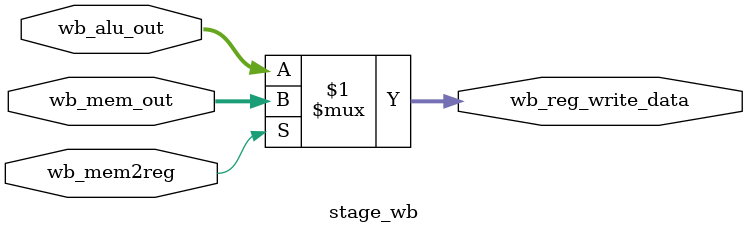
<source format=v>
module stage_wb (
  input wire [31:0] wb_mem_out,
  input wire [31:0] wb_alu_out,
  input wire wb_mem2reg,
  output wire [31:0] wb_reg_write_data
);

  assign wb_reg_write_data = wb_mem2reg ? wb_mem_out : wb_alu_out;

endmodule
</source>
